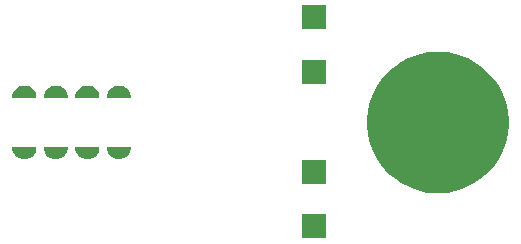
<source format=gbs>
G04*
G04 #@! TF.GenerationSoftware,Altium Limited,Altium Designer,21.2.2 (38)*
G04*
G04 Layer_Color=16711935*
%FSLAX44Y44*%
%MOMM*%
G71*
G04*
G04 #@! TF.SameCoordinates,38469D2A-1F5E-4814-807B-87B784357471*
G04*
G04*
G04 #@! TF.FilePolarity,Negative*
G04*
G01*
G75*
%ADD10R,2.0000X2.0000*%
G36*
X-360171Y-21000D02*
X-360171Y-22339D01*
X-359478Y-24926D01*
X-358139Y-27245D01*
X-356245Y-29139D01*
X-353926Y-30478D01*
X-351339Y-31171D01*
X-348661D01*
X-346074Y-30478D01*
X-343755Y-29139D01*
X-341861Y-27245D01*
X-340522Y-24926D01*
X-339829Y-22339D01*
X-339829Y-21000D01*
X-339829D01*
X-360171D01*
D02*
G37*
G36*
X-333671D02*
X-333671Y-22339D01*
X-332978Y-24926D01*
X-331639Y-27245D01*
X-329745Y-29139D01*
X-327426Y-30478D01*
X-324839Y-31171D01*
X-322161D01*
X-319574Y-30478D01*
X-317255Y-29139D01*
X-315361Y-27245D01*
X-314022Y-24926D01*
X-313329Y-22339D01*
X-313329Y-21000D01*
X-313329D01*
X-333671D01*
D02*
G37*
G36*
X-339829Y21000D02*
X-339829Y22339D01*
X-340522Y24926D01*
X-341861Y27245D01*
X-343755Y29139D01*
X-346074Y30478D01*
X-348661Y31171D01*
X-351339D01*
X-353926Y30478D01*
X-356245Y29139D01*
X-358139Y27245D01*
X-359478Y24926D01*
X-360171Y22339D01*
X-360171Y21000D01*
Y21000D01*
X-339829Y21000D01*
D02*
G37*
G36*
X-313079D02*
X-313079Y22339D01*
X-313772Y24926D01*
X-315111Y27245D01*
X-317005Y29139D01*
X-319324Y30478D01*
X-321911Y31171D01*
X-324589D01*
X-327176Y30478D01*
X-329495Y29139D01*
X-331389Y27245D01*
X-332728Y24926D01*
X-333421Y22339D01*
X-333421Y21000D01*
Y21000D01*
X-313079Y21000D01*
D02*
G37*
G36*
X-266074Y30478D02*
X-263755Y29139D01*
X-261861Y27245D01*
X-260522Y24926D01*
X-259829Y22339D01*
X-259829Y21000D01*
X-280171Y21000D01*
Y21000D01*
X-280171Y22339D01*
X-279478Y24926D01*
X-278139Y27245D01*
X-276245Y29139D01*
X-273926Y30478D01*
X-271339Y31171D01*
X-268661D01*
X-266074Y30478D01*
D02*
G37*
G36*
X-292824D02*
X-290505Y29139D01*
X-288611Y27245D01*
X-287272Y24926D01*
X-286579Y22339D01*
X-286579Y21000D01*
X-306921Y21000D01*
Y21000D01*
X-306921Y22339D01*
X-306228Y24926D01*
X-304889Y27245D01*
X-302995Y29139D01*
X-300676Y30478D01*
X-298089Y31171D01*
X-295411D01*
X-292824Y30478D01*
D02*
G37*
G36*
X-259829Y-22339D02*
X-260522Y-24926D01*
X-261861Y-27245D01*
X-263755Y-29139D01*
X-266074Y-30478D01*
X-268661Y-31171D01*
X-271339D01*
X-273926Y-30478D01*
X-276245Y-29139D01*
X-278139Y-27245D01*
X-279478Y-24926D01*
X-280171Y-22339D01*
X-280171Y-21000D01*
X-259829D01*
X-259829Y-22339D01*
D02*
G37*
G36*
X-286579D02*
X-287272Y-24926D01*
X-288611Y-27245D01*
X-290505Y-29139D01*
X-292824Y-30478D01*
X-295411Y-31171D01*
X-298089D01*
X-300676Y-30478D01*
X-302995Y-29139D01*
X-304889Y-27245D01*
X-306228Y-24926D01*
X-306921Y-22339D01*
X-306921Y-21000D01*
X-286579D01*
X-286579Y-22339D01*
D02*
G37*
G36*
X8809Y59357D02*
X14584Y58208D01*
X20219Y56498D01*
X25660Y54245D01*
X30853Y51469D01*
X35749Y48197D01*
X40301Y44462D01*
X44465Y40298D01*
X48201Y35746D01*
X51473Y30849D01*
X54249Y25656D01*
X56502Y20215D01*
X58212Y14580D01*
X59360Y8805D01*
X59938Y2944D01*
Y0D01*
Y-2944D01*
X59360Y-8805D01*
X58212Y-14580D01*
X56502Y-20215D01*
X54249Y-25656D01*
X51473Y-30849D01*
X48201Y-35746D01*
X44465Y-40298D01*
X40301Y-44462D01*
X35749Y-48197D01*
X30853Y-51469D01*
X25660Y-54245D01*
X20219Y-56498D01*
X14584Y-58208D01*
X8809Y-59357D01*
X2948Y-59934D01*
X-2941D01*
X-8801Y-59357D01*
X-14576Y-58208D01*
X-20212Y-56498D01*
X-25652Y-54245D01*
X-30845Y-51469D01*
X-35742Y-48197D01*
X-40294Y-44462D01*
X-44458Y-40298D01*
X-48194Y-35746D01*
X-51465Y-30849D01*
X-54241Y-25656D01*
X-56495Y-20215D01*
X-58204Y-14580D01*
X-59353Y-8805D01*
X-59930Y-2944D01*
Y0D01*
Y2944D01*
X-59353Y8805D01*
X-58204Y14580D01*
X-56495Y20215D01*
X-54241Y25656D01*
X-51465Y30849D01*
X-48194Y35746D01*
X-44458Y40298D01*
X-40294Y44462D01*
X-35742Y48197D01*
X-30845Y51469D01*
X-25652Y54245D01*
X-20212Y56498D01*
X-14576Y58208D01*
X-8801Y59357D01*
X-2941Y59934D01*
X2948D01*
X8809Y59357D01*
D02*
G37*
D10*
X-105000Y-88000D02*
D03*
Y-42000D02*
D03*
Y43000D02*
D03*
Y89000D02*
D03*
M02*

</source>
